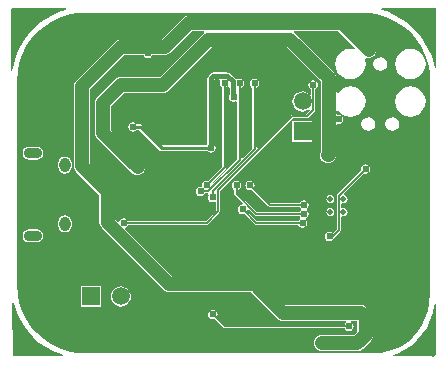
<source format=gbl>
%FSTAX23Y23*%
%MOIN*%
%SFA1B1*%

%IPPOS*%
%ADD70C,0.005000*%
%ADD74C,0.010000*%
%ADD78C,0.015000*%
%ADD79O,0.037401X0.049212*%
%ADD80O,0.061024X0.035433*%
%ADD81R,0.059055X0.059055*%
%ADD82C,0.059055*%
%ADD83R,0.059055X0.059055*%
%ADD84C,0.024000*%
%ADD85C,0.019685*%
%ADD86C,0.045000*%
%LNcore_prototype_1-1*%
%LPD*%
G36*
X04805Y03501D02*
X048Y03501D01*
X04797Y03514*
X0479Y0354*
X04779Y03565*
X04766Y03589*
X0475Y03612*
X04732Y03632*
X04712Y0365*
X04689Y03666*
X04665Y03679*
X0464Y0369*
X04623Y03695*
X04624Y037*
X04805*
Y03501*
G37*
G36*
X03571Y03695D02*
X03554Y0369D01*
X03529Y03679*
X03505Y03666*
X03482Y0365*
X03462Y03632*
X03444Y03612*
X03428Y03589*
X03415Y03565*
X03404Y0354*
X03397Y03514*
X03393Y03492*
X03388Y03493*
X03387Y03695*
X03392Y037*
X0357*
X03571Y03695*
G37*
G36*
X03635Y03686D02*
X0456D01*
X0456Y03686*
X04589Y03684*
X04618Y03678*
X04646Y03669*
X04673Y03656*
X04697Y03639*
X0472Y0362*
X04739Y03597*
X04756Y03573*
X04769Y03546*
X04778Y03518*
X04784Y03489*
X04786Y0346*
X04786Y03459*
Y0342*
Y02744*
X04784Y02742*
X04784Y02739*
X04783Y02734*
X04782Y02714*
X04777Y0269*
X04769Y02667*
X04758Y02645*
X04745Y02624*
X04729Y02606*
X0471Y02589*
X0469Y02576*
X04668Y02565*
X04644Y02557*
X0462Y02552*
X04596Y02551*
X04596Y02551*
X03635*
X03634Y02551*
X03605Y02552*
X03576Y02558*
X03548Y02568*
X03521Y02581*
X03497Y02597*
X03474Y02617*
X03455Y02639*
X03438Y02664*
X03425Y0269*
X03416Y02718*
X0341Y02747*
X03408Y02776*
X03408Y02777*
Y0346*
X03408Y0346*
X0341Y03489*
X03416Y03518*
X03425Y03546*
X03438Y03573*
X03455Y03597*
X03474Y0362*
X03497Y03639*
X03521Y03656*
X03548Y03669*
X03576Y03678*
X03605Y03684*
X03634Y03686*
X03635Y03686*
G37*
G36*
X03404Y02696D02*
X03415Y02671D01*
X03428Y02647*
X03444Y02625*
X03462Y02605*
X03482Y02586*
X03505Y0257*
X03529Y02557*
X03554Y02547*
X03562Y02544*
X03561Y0254*
X03395*
X03393Y02717*
X03398Y02717*
X03404Y02696*
G37*
G36*
X04805Y02713D02*
Y02547D01*
X04795Y02537*
X04792Y0254*
X04663*
X04662Y02545*
X04674Y02549*
X04698Y02561*
X04721Y02576*
X04741Y02593*
X04759Y02613*
X04774Y02636*
X04786Y0266*
X04794Y02685*
X04799Y02712*
X048Y02713*
X04805Y02713*
G37*
%LNcore_prototype_1-2*%
%LPC*%
G36*
X0449Y03676D02*
D01*
X0398*
X03973Y03675*
X03966Y03672*
X03961Y03668*
X03889Y03596*
X03755*
X0375Y03595*
X0375Y03595*
X03743Y03594*
X03738Y03591*
X03737Y03589*
X03736Y03588*
X03606Y03458*
X03602Y03453*
X03599Y03446*
X03598Y0344*
Y03175*
X03599Y03168*
X03602Y03161*
X03606Y03156*
X03683Y03079*
Y02986*
X03684Y02979*
X03687Y02973*
X03691Y02967*
X03897Y02761*
X03903Y02757*
X03909Y02754*
X03916Y02753*
X04189*
X04276Y02666*
X04281Y02662*
X04288Y02659*
X04295Y02658*
X04506*
X04507Y02653*
X04503Y02651*
X045Y02646*
X04105*
X04076Y02675*
X04077Y0268*
X04075Y02686*
X04072Y02692*
X04067Y02695*
X04061Y02696*
X04055Y02695*
X0405Y02692*
X04046Y02686*
X04045Y0268*
X04046Y02674*
X0405Y02669*
X04055Y02666*
X04061Y02665*
X04066Y02666*
X04097Y02635*
X04102Y02633*
X045*
X04503Y02628*
X04508Y02625*
X04515Y02624*
X04521Y02625*
X04526Y02628*
X04529Y02633*
X0453Y0264*
X04529Y02646*
X04526Y02651*
X04522Y02653*
X04523Y02658*
X04543*
Y02622*
X04532Y02611*
X04425*
X04418Y0261*
X04411Y02607*
X04406Y02603*
X04402Y02598*
X04399Y02591*
X04398Y02585*
X04399Y02578*
X04402Y02571*
X04406Y02566*
X04411Y02562*
X04418Y02559*
X04425Y02558*
X04543*
X0455Y02559*
X04556Y02562*
X04562Y02566*
X04588Y02592*
Y02592*
X04592Y02598*
X04595Y02604*
X04596Y02611*
Y0267*
X04595Y02676*
X04592Y02683*
X04588Y02688*
X04573Y02703*
X04568Y02707*
X04561Y0271*
X04555Y02711*
X04305*
X04218Y02798*
X04213Y02802*
X04206Y02805*
X042Y02806*
X03927*
X03768Y02964*
X0377Y0297*
X03771Y0297*
X03776Y02973*
X03779Y02978*
X0404*
X04044Y0298*
X04082Y03018*
X04084Y03023*
Y0309*
X04327Y03333*
X04375*
X04379Y03335*
X044Y03355*
X04402Y0336*
Y0343*
X04406Y03433*
X0441Y03438*
X04411Y03444*
X0441Y0345*
X04406Y03455*
X04401Y03459*
X04395Y0346*
X04389Y03459*
X04384Y03455*
X0438Y0345*
X04379Y03444*
X0438Y03438*
X04384Y03433*
X04389Y0343*
Y03414*
X04384Y03412*
X04383Y03413*
X04376Y03418*
X04368Y03422*
X0436Y03423*
X04351Y03422*
X04343Y03418*
X04336Y03413*
X04331Y03406*
X04327Y03398*
X04326Y0339*
X04327Y03381*
X04331Y03373*
X04336Y03366*
X04343Y03361*
X04351Y03357*
X0436Y03356*
X04368Y03357*
X04376Y03361*
X0438Y03364*
X04386Y03362*
X04386Y0336*
X04372Y03346*
X04325*
X0432Y03344*
X04211Y03235*
X04206Y03237*
Y03435*
X04211Y03438*
X04214Y03443*
X04215Y0345*
X04214Y03456*
X04211Y03461*
X04206Y03464*
X042Y03465*
X04193Y03464*
X04188Y03461*
X04185Y03456*
X04184Y0345*
X04185Y03443*
X04188Y03438*
X04193Y03435*
Y03232*
X04161Y032*
X04156Y03202*
Y03435*
X04161Y03438*
X04164Y03443*
X04165Y0345*
X04164Y03456*
X04161Y03461*
X04156Y03464*
X0415Y03465*
X04143Y03464*
X04142Y03463*
X04141Y03463*
X04135Y03465*
X04134Y03466*
X04117Y03483*
X04113Y03486*
X04109Y03487*
X04063*
X04059Y03486*
X04055Y03483*
X04055*
X04047Y03475*
X04044Y03471*
X04043Y03467*
Y03246*
X04042Y03243*
X03893*
X03826Y03311*
X03823Y03313*
X0382Y03313*
X03807*
X03806Y03316*
X03801Y03319*
X03795Y0332*
X03788Y03319*
X03783Y03316*
X0378Y03311*
X03779Y03305*
X0378Y03298*
X03783Y03293*
X03788Y0329*
X03795Y03289*
X03801Y0329*
X03806Y03293*
X03807Y03296*
X03816*
X03883Y03228*
X03886Y03226*
X0389Y03226*
X04042*
X04043Y03223*
X04048Y0322*
X04055Y03219*
X04061Y0322*
X04066Y03223*
X04069Y03228*
X0407Y03235*
X04069Y03241*
X04066Y03246*
Y03462*
X04068Y03464*
X04083*
X04085Y03459*
X04085Y03458*
X04084Y03452*
X04085Y03446*
X04088Y03441*
X04093Y03438*
Y03172*
X04045Y03124*
X0404Y03125*
X04033Y03124*
X04028Y03121*
X04025Y03116*
X04024Y0311*
X04024Y03109*
X0402Y03105*
X0402Y03105*
X04013Y03104*
X04008Y03101*
X04005Y03096*
X04004Y0309*
X04005Y03083*
X04008Y03078*
X04013Y03075*
X0402Y03074*
X04026Y03075*
X04031Y03078*
X04034Y03083*
X04044*
X04046Y0308*
X04047Y03078*
X04045Y03076*
X04044Y0307*
X04045Y03063*
X04048Y03058*
X04053Y03055*
X0406Y03054*
X04066Y03055*
X04066Y03055*
X04071Y03053*
Y03025*
X04037Y02991*
X03779*
X03776Y02996*
X03771Y02999*
X03765Y03*
X03758Y02999*
X03753Y02996*
X0375Y02991*
X0375Y0299*
X03744Y02988*
X03736Y02997*
Y0309*
X03735Y03096*
X03732Y03103*
X03728Y03108*
X03651Y03185*
Y03429*
X03765Y03543*
X0383*
X03833Y03538*
X03838Y03535*
X03845Y03534*
X03851Y03535*
X03856Y03538*
X03859Y03543*
X039*
X03906Y03544*
X03913Y03547*
X03918Y03551*
X0399Y03623*
X04031*
X04032Y0362*
X04032Y03618*
X04027Y03615*
X03884Y03471*
X03755*
X03748Y0347*
X03741Y03467*
X03736Y03463*
X03676Y03403*
X03672Y03398*
X03669Y03391*
X03668Y03385*
Y03285*
X03669Y03278*
X03672Y03271*
X03676Y03266*
X03791Y03151*
X03796Y03147*
X03803Y03144*
X0381Y03143*
X03816Y03144*
X03823Y03147*
X03828Y03151*
X03832Y03156*
X03835Y03163*
X03836Y0317*
X03835Y03176*
X03832Y03183*
X03828Y03188*
X03721Y03295*
Y03374*
X03765Y03418*
X03895*
X03901Y03419*
X03908Y03422*
X03913Y03426*
X04057Y0357*
X04307*
X04421Y03456*
Y0322*
X04419Y03216*
X04418Y0321*
X04419Y03203*
X04422Y03196*
X04426Y03191*
X04431Y03187*
X04438Y03184*
X04445Y03183*
X04451Y03184*
X04458Y03187*
X04463Y03191*
X04465Y03193*
X04465*
X04469Y03199*
X04472Y03205*
X04473Y03212*
Y03212*
Y0331*
X04478Y03314*
X0448Y03314*
X04486Y03315*
X04491Y03318*
X04494Y03323*
X04495Y0333*
X04494Y03336*
X04491Y03341*
X04486Y03344*
X0448Y03345*
X04478Y03345*
X04473Y03349*
Y03359*
X04478Y03361*
X04484Y03354*
X04494Y03346*
X04506Y03341*
X0452Y03339*
X04533Y03341*
X04545Y03346*
X04555Y03354*
X04563Y03364*
X04568Y03376*
X0457Y0339*
X04568Y03403*
X04563Y03415*
X04555Y03425*
X04545Y03433*
X04533Y03438*
X0452Y0344*
X04506Y03438*
X04494Y03433*
X04484Y03425*
X04478Y03418*
X04473Y0342*
Y03467*
X04472Y03474*
X04469Y0348*
X04465Y03486*
X04465Y03486*
X04337Y03615*
X04332Y03618*
X04332Y0362*
X04333Y03623*
X04479*
X04534Y03568*
X04531Y03564*
X0452Y03565*
X04506Y03563*
X04494Y03558*
X04484Y0355*
X04476Y0354*
X04471Y03528*
X04469Y03515*
X04471Y03501*
X04476Y03489*
X04484Y03479*
X04494Y03471*
X04506Y03466*
X0452Y03464*
X04533Y03466*
X04545Y03471*
X04555Y03479*
X04563Y03489*
X04568Y03501*
X0457Y03515*
X04568Y03528*
X04567Y03531*
X04571Y03535*
X04573Y03534*
X0458Y03533*
X04586Y03534*
X04593Y03537*
X04598Y03541*
X04602Y03546*
X04605Y03553*
X04606Y0356*
X04605Y03566*
X04602Y03573*
X04598Y03578*
X04508Y03668*
X04503Y03672*
X04496Y03675*
X0449Y03676*
G37*
G36*
X0462Y03538D02*
X04611Y03536D01*
X04603Y03531*
X04598Y03523*
X04596Y03515*
X04598Y03506*
X04603Y03498*
X04611Y03493*
X0462Y03491*
X04628Y03493*
X04636Y03498*
X04641Y03506*
X04643Y03515*
X04641Y03523*
X04636Y03531*
X04628Y03536*
X0462Y03538*
G37*
G36*
X0472Y03565D02*
X04706Y03563D01*
X04694Y03558*
X04684Y0355*
X04676Y0354*
X04671Y03528*
X04669Y03515*
X04671Y03501*
X04676Y03489*
X04684Y03479*
X04694Y03471*
X04706Y03466*
X0472Y03464*
X04733Y03466*
X04745Y03471*
X04755Y03479*
X04763Y03489*
X04768Y03501*
X0477Y03515*
X04768Y03528*
X04763Y0354*
X04755Y0355*
X04745Y03558*
X04733Y03563*
X0472Y03565*
G37*
G36*
Y0344D02*
X04706Y03438D01*
X04694Y03433*
X04684Y03425*
X04676Y03415*
X04671Y03403*
X04669Y0339*
X04671Y03376*
X04676Y03364*
X04684Y03354*
X04694Y03346*
X04706Y03341*
X0472Y03339*
X04733Y03341*
X04745Y03346*
X04755Y03354*
X04763Y03364*
X04768Y03376*
X0477Y0339*
X04768Y03403*
X04763Y03415*
X04755Y03425*
X04745Y03433*
X04733Y03438*
X0472Y0344*
G37*
G36*
X0466Y03338D02*
X04651Y03336D01*
X04643Y03331*
X04638Y03323*
X04636Y03315*
X04638Y03306*
X04643Y03298*
X04651Y03293*
X0466Y03291*
X04668Y03293*
X04676Y03298*
X04681Y03306*
X04683Y03315*
X04681Y03323*
X04676Y03331*
X04668Y03336*
X0466Y03338*
G37*
G36*
X0458D02*
X04571Y03336D01*
X04563Y03331*
X04558Y03323*
X04556Y03315*
X04558Y03306*
X04563Y03298*
X04571Y03293*
X0458Y03291*
X04588Y03293*
X04596Y03298*
X04601Y03306*
X04603Y03315*
X04601Y03323*
X04596Y03331*
X04588Y03336*
X0458Y03338*
G37*
G36*
X04393Y03323D02*
X04326D01*
Y03256*
X04393*
Y03323*
G37*
G36*
X03474Y03239D02*
X03449D01*
X0344Y03237*
X03433Y03233*
X03429Y03226*
X03427Y03217*
X03429Y03209*
X03433Y03202*
X0344Y03197*
X03449Y03196*
X03474*
X03482Y03197*
X03489Y03202*
X03494Y03209*
X03496Y03217*
X03494Y03226*
X03489Y03233*
X03482Y03237*
X03474Y03239*
G37*
G36*
X03568Y03206D02*
X03559Y03205D01*
X03552Y032*
X03547Y03192*
X03545Y03184*
Y03172*
X03547Y03163*
X03552Y03156*
X03559Y03151*
X03568Y03149*
X03576Y03151*
X03584Y03156*
X03589Y03163*
X0359Y03172*
Y03184*
X03589Y03192*
X03584Y032*
X03576Y03205*
X03568Y03206*
G37*
G36*
X0457Y0318D02*
X04563Y03179D01*
X04558Y03176*
X04555Y03171*
X04554Y03165*
X04555Y03159*
X04476Y0308*
X04474Y03075*
Y02963*
X04461Y02951*
X04461Y02951*
X04456Y02954*
X0445Y02955*
X04443Y02954*
X04438Y02951*
X04435Y02946*
X04434Y0294*
X04435Y02933*
X04438Y02928*
X04443Y02925*
X0445Y02924*
X04456Y02925*
X04461Y02928*
X04464Y02933*
X04464Y02935*
X04485Y02956*
X04487Y0296*
Y03005*
X04492Y03008*
X04496Y03007*
X04501Y03008*
X04506Y03011*
X04509Y03015*
X0451Y03021*
X04509Y03026*
X04506Y0303*
X04501Y03033*
X04496Y03034*
X04492Y03033*
X04487Y03036*
Y03049*
X04492Y03051*
X04496Y0305*
X04501Y03051*
X04506Y03054*
X04509Y03059*
X0451Y03064*
X04509Y03069*
X04506Y03074*
X04501Y03077*
X04498Y03077*
X04497Y03082*
X04564Y0315*
X0457Y03149*
X04576Y0315*
X04581Y03153*
X04584Y03158*
X04585Y03165*
X04584Y03171*
X04581Y03176*
X04576Y03179*
X0457Y0318*
G37*
G36*
X04453Y03078D02*
X04448Y03077D01*
X04443Y03074*
X0444Y03069*
X04439Y03064*
X0444Y03059*
X04443Y03054*
X04448Y03051*
X04453Y0305*
X04458Y03051*
X04462Y03054*
X04465Y03059*
X04466Y03064*
X04465Y03069*
X04462Y03074*
X04458Y03077*
X04453Y03078*
G37*
G36*
X04185Y03125D02*
X04178Y03124D01*
X04173Y03121*
X0417Y03116*
X04169Y0311*
X0417Y03103*
X04173Y03098*
X04178Y03095*
X04185Y03094*
X0419Y03095*
X04245Y0304*
X0425Y03038*
X0435*
X04353Y03033*
X04355Y03033*
Y03026*
X04353Y03026*
X0435Y03021*
X04207*
X04146Y03082*
Y03095*
X04151Y03098*
X04154Y03103*
X04155Y0311*
X04154Y03116*
X04151Y03121*
X04146Y03124*
X0414Y03125*
X04133Y03124*
X04128Y03121*
X04125Y03116*
X04124Y0311*
X04125Y03103*
X04128Y03098*
X04133Y03095*
Y0308*
X04135Y03075*
X0416Y0305*
X0416Y0305*
X04158Y03045*
X04153Y03044*
X04148Y03041*
X04145Y03036*
X04144Y0303*
X04145Y03023*
X04148Y03018*
X04153Y03015*
X0416Y03014*
X04165Y03015*
X042Y0298*
X04205Y02978*
X04345*
X04348Y02973*
X04353Y0297*
X0436Y02969*
X04366Y0297*
X04371Y02973*
X04374Y02978*
X04375Y02985*
X04374Y02991*
X04371Y02995*
X04371Y02997*
X04372Y03001*
X04376Y03003*
X04379Y03008*
X0438Y03015*
X04379Y03021*
X04376Y03026*
X04374Y03026*
Y03033*
X04376Y03033*
X04379Y03038*
X0438Y03045*
X04379Y03051*
X04376Y03056*
X04371Y03059*
X04365Y0306*
X04358Y03059*
X04353Y03056*
X0435Y03051*
X04252*
X04199Y03104*
X042Y0311*
X04199Y03116*
X04196Y03121*
X04191Y03124*
X04185Y03125*
G37*
G36*
X04453Y03034D02*
X04448Y03033D01*
X04443Y0303*
X0444Y03026*
X04439Y03021*
X0444Y03015*
X04443Y03011*
X04448Y03008*
X04453Y03007*
X04458Y03008*
X04462Y03011*
X04465Y03015*
X04466Y03021*
X04465Y03026*
X04462Y0303*
X04458Y03033*
X04453Y03034*
G37*
G36*
X03568Y0301D02*
X03559Y03008D01*
X03552Y03003*
X03547Y02996*
X03545Y02987*
Y02975*
X03547Y02967*
X03552Y02959*
X03559Y02954*
X03568Y02953*
X03576Y02954*
X03584Y02959*
X03589Y02967*
X0359Y02975*
Y02987*
X03589Y02996*
X03584Y03003*
X03576Y03008*
X03568Y0301*
G37*
G36*
X03474Y02963D02*
X03449D01*
X0344Y02962*
X03433Y02957*
X03429Y0295*
X03427Y02942*
X03429Y02933*
X03433Y02926*
X0344Y02922*
X03449Y0292*
X03474*
X03482Y02922*
X03489Y02926*
X03494Y02933*
X03496Y02942*
X03494Y0295*
X03489Y02957*
X03482Y02962*
X03474Y02963*
G37*
G36*
X03688Y02773D02*
X03621D01*
Y02706*
X03688*
Y02773*
G37*
G36*
X03755Y02773D02*
X03746Y02772D01*
X03738Y02768*
X03731Y02763*
X03726Y02756*
X03722Y02748*
X03721Y0274*
X03722Y02731*
X03726Y02723*
X03731Y02716*
X03738Y02711*
X03746Y02707*
X03755Y02706*
X03763Y02707*
X03771Y02711*
X03778Y02716*
X03783Y02723*
X03787Y02731*
X03788Y0274*
X03787Y02748*
X03783Y02756*
X03778Y02763*
X03771Y02768*
X03763Y02772*
X03755Y02773*
G37*
%LNcore_prototype_1-3*%
%LPD*%
G36*
X04113Y0344D02*
X04115Y03439D01*
X04116Y03436*
X04117Y03435*
Y03413*
X04115Y03411*
X04114Y03405*
X04115Y03398*
X04118Y03393*
X04123Y0339*
X0413Y03389*
X04136Y0339*
X04138Y03392*
X04143Y03389*
Y03197*
X04064Y03117*
X04058Y03119*
X04058Y03119*
X04104Y03165*
X04106Y0317*
Y03438*
X0411Y03441*
X04113Y0344*
G37*
G36*
X042Y0301D02*
X04205Y03008D01*
X0435*
X04353Y03004*
X04353Y03003*
X04353Y03001*
X04352Y02998*
X04348Y02996*
X04345Y02991*
X04207*
X04175Y03023*
X04176Y03028*
X04181Y03029*
X042Y0301*
G37*
G54D70*
X04102Y0264D02*
X04515D01*
X04061Y0268D02*
X04102Y0264D01*
X0445Y0294D02*
X04452Y02937D01*
X04457*
X0448Y0296*
Y03075*
X0457Y03165*
X04325Y0334D02*
X04375D01*
X04078Y03093D02*
X04325Y0334D01*
X04395Y0336D02*
Y03444D01*
X04375Y0334D02*
X04395Y0336D01*
X04078Y03023D02*
Y03093D01*
X0406Y0309D02*
X042Y0323D01*
X0415Y03194D02*
Y0345D01*
X04045Y0309D02*
X0415Y03194D01*
X0406Y0307D02*
Y0309D01*
X042Y0323D02*
Y0345D01*
X041Y0317D02*
Y03452D01*
X0404Y0311D02*
X041Y0317D01*
X0404Y02985D02*
X04078Y03023D01*
X03765Y02985D02*
X0404D01*
X04185Y0311D02*
X0425Y03045D01*
X0414Y0308D02*
X04205Y03015D01*
X0414Y0308D02*
Y0311D01*
X0425Y03045D02*
X04365D01*
X04205Y03015D02*
X04365D01*
X04205Y02985D02*
X0436D01*
X0416Y0303D02*
X04205Y02985D01*
X0402Y0309D02*
X04045D01*
G54D74*
X0389Y03235D02*
X04055D01*
X0382Y03305D02*
X0389Y03235D01*
X03795Y03305D02*
X0382D01*
G54D78*
X04063Y03475D02*
X04109D01*
X04055Y03467D02*
X04063Y03475D01*
X04055Y03235D02*
Y03467D01*
X04109Y03475D02*
X04127Y03458D01*
Y0344D02*
Y03458D01*
Y0344D02*
X04128Y03439D01*
Y03406D02*
Y03439D01*
Y03406D02*
X0413Y03405D01*
G54D79*
X03568Y02981D03*
Y03178D03*
G54D80*
X03461Y02942D03*
Y03217D03*
G54D81*
X0436Y0329D03*
G54D82*
X0436Y0339D03*
X03755Y0274D03*
G54D83*
X03655Y0274D03*
G54D84*
X047Y036D03*
X0475Y033D03*
X047Y032D03*
X0475Y029D03*
X047Y028D03*
X0475Y027D03*
X047Y026D03*
X046Y036D03*
Y032D03*
X0465Y031D03*
Y029D03*
X046Y028D03*
X0465Y027D03*
X044Y036D03*
X0435Y035D03*
X043Y034D03*
Y032D03*
X0435Y029D03*
X043Y026D03*
X0425Y035D03*
Y029D03*
X042Y026D03*
X041Y03D03*
X0415Y029D03*
X0405Y035D03*
X04Y034D03*
X0405Y029D03*
X04Y026D03*
X039Y032D03*
X0395Y031D03*
Y029D03*
X039Y026D03*
X038Y028D03*
Y026D03*
X037Y036D03*
X0375Y035D03*
X037Y032D03*
Y028D03*
Y026D03*
X036Y036D03*
X0365Y029D03*
X036Y028D03*
Y026D03*
X035Y036D03*
X0355Y035D03*
X035Y034D03*
X0355Y033D03*
Y029D03*
X035Y028D03*
X0355Y027D03*
X0345Y035D03*
Y033D03*
Y029D03*
Y027D03*
X04355Y0321D03*
X0437Y0324D03*
X0444Y03295D03*
X0448Y0333D03*
X04535Y03285D03*
X03965Y0278D03*
X04235Y0274D03*
X04425Y02585D03*
X0457Y0267D03*
X03845Y0355D03*
X0375Y0358D03*
X041Y0365D03*
X04585Y03555D03*
X0371Y0309D03*
X0445Y0294D03*
X0457Y03165D03*
X04445Y0321D03*
X03855Y03455D03*
X04395Y03444D03*
X0381Y0317D03*
X03765Y02985D03*
X0414Y0311D03*
X0406Y0307D03*
X0402Y0309D03*
X0404Y0311D03*
X0416Y0303D03*
X04061Y0268D03*
X04185Y0311D03*
X0413Y03405D03*
X03795Y03305D03*
X04055Y03235D03*
X042Y0345D03*
X0415D03*
X041Y03452D03*
X04515Y0264D03*
X0436Y02985D03*
X04365Y03015D03*
Y03045D03*
G54D85*
X04453Y03064D03*
X04496D03*
X04453Y03021D03*
X04496D03*
G54D86*
X03695Y03285D02*
X0381Y0317D01*
X03695Y03285D02*
Y03385D01*
X03855Y03445D02*
X03895D01*
X04447Y03212D02*
Y03467D01*
X03755Y03445D02*
X03855D01*
X042Y0278D02*
X04295Y02685D01*
X03755Y0357D02*
X039D01*
X0398Y0365*
X03625Y0344D02*
X03755Y0357D01*
X03965Y0278D02*
X042D01*
X03916D02*
X03965D01*
X04543Y02585D02*
X0457Y02611D01*
Y0267*
X04425Y02585D02*
X04543D01*
X04295Y02685D02*
X04555D01*
X0457Y0267*
X0371Y02986D02*
X03916Y0278D01*
X041Y0365D02*
X0449D01*
X0398D02*
X041D01*
X0449D02*
X0458Y0356D01*
X0371Y02986D02*
Y0309D01*
X04318Y03596D02*
X04447Y03467D01*
X04046Y03596D02*
X04318D01*
X03895Y03445D02*
X04046Y03596D01*
X03625Y03175D02*
Y0344D01*
Y03175D02*
X0371Y0309D01*
X03695Y03385D02*
X03755Y03445D01*
X04445Y0321D02*
X04447Y03212D01*
M02*
</source>
